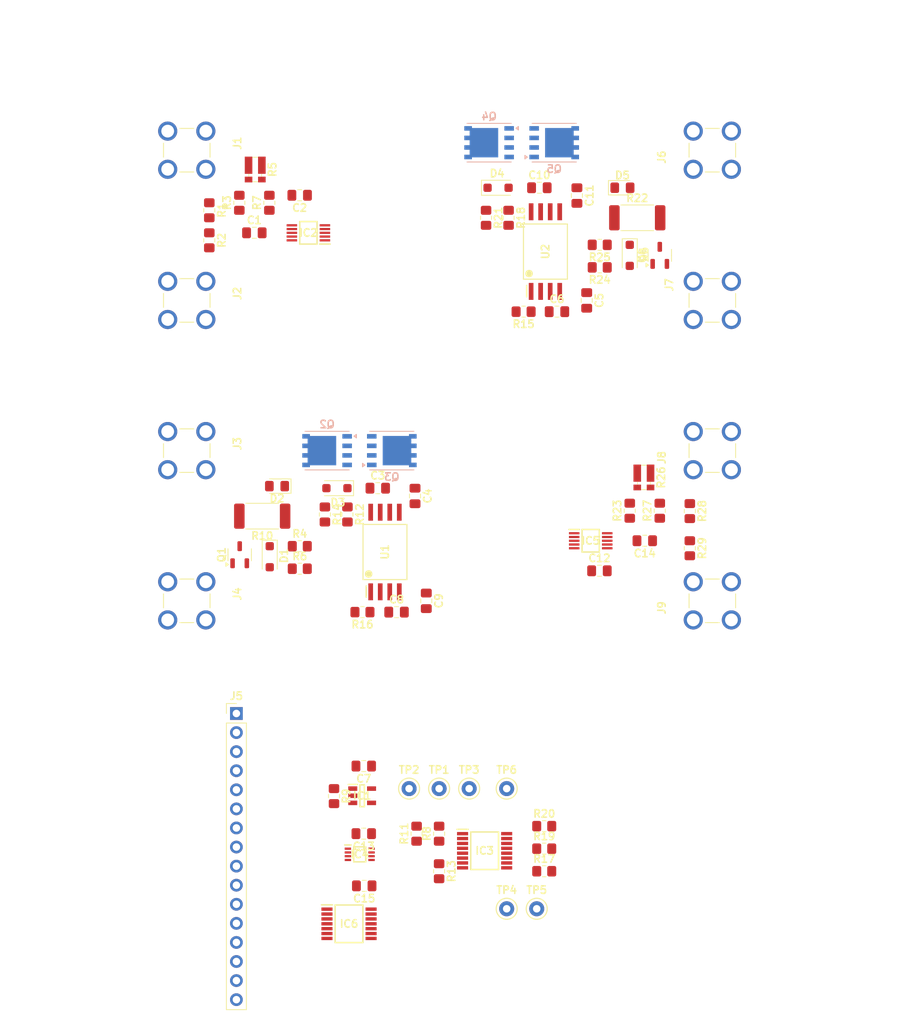
<source format=kicad_pcb>
(kicad_pcb (version 20240108) (generator "pcbnew") (generator_version "8.0")
  (layers (0 "F.Cu" signal) (31 "B.Cu" signal) (34 "B.Paste" user) (35 "F.Paste" user) (36 "B.SilkS" user "B.Silkscreen") (37 "F.SilkS" user "F.Silkscreen") (38 "B.Mask" user) (39 "F.Mask" user) (44 "Edge.Cuts" user))
  (net 0 "")
  (net 1 "Net-(IC2-IN-)")
  (net 2 "Net-(IC2-IN+)")
  (net 3 "/OUTA+")
  (net 4 "Net-(U1-VDDH)")
  (net 5 "Net-(U1-VDDM)")
  (net 6 "Net-(Q2-S)")
  (net 7 "Net-(U2-VDDM)")
  (net 8 "Net-(U2-VDDH)")
  (net 9 "/INB+")
  (net 10 "Net-(Q4-S)")
  (net 11 "Net-(IC5-IN+)")
  (net 12 "Net-(IC5-IN-)")
  (net 13 "+3V3")
  (net 14 "/CONV_DISABLE")
  (net 15 "/CONV_EN_BUF")
  (net 16 "/LS_OUT_EN_AND")
  (net 17 "/LS_IN_EN_BUF")
  (net 18 "/AL_IN_EN_BUF")
  (net 19 "/PROT_DISABLE")
  (net 20 "/CONV_PWM")
  (net 21 "/AL_IN_EN_OR")
  (net 22 "/AL_OUT_EN_OR")
  (net 23 "/CONV_PWM_BUF")
  (net 24 "/AL_OUT_EN_BUF")
  (net 25 "/LS_OUT_EN_BUF")
  (net 26 "/CONV_EN_AND")
  (net 27 "/LS_IN_EN_AND")
  (net 28 "GND")
  (net 29 "/ALERT")
  (net 30 "/~{ALERT}")
  (net 31 "Net-(D1-A)")
  (net 32 "/AL_OUT_EN")
  (net 33 "/AL_IN_EN")
  (net 34 "/CONV_EN")
  (net 35 "/LS_OUT_EN")
  (net 36 "/LS_IN_EN")
  (net 37 "/MON_SPI_CIPO")
  (net 38 "Net-(D1-K)")
  (net 39 "/MON_SPI_CLK")
  (net 40 "/MON_IN_CS")
  (net 41 "Net-(D2-K)")
  (net 42 "Net-(D3-K)")
  (net 43 "/MON_SPI_COPI")
  (net 44 "Net-(D3-A)")
  (net 45 "/MON_OUT_CS")
  (net 46 "Net-(D4-A)")
  (net 47 "Net-(D4-K)")
  (net 48 "/INA+")
  (net 49 "/OUTB+")
  (net 50 "Net-(D5-K)")
  (net 51 "Net-(D6-A)")
  (net 52 "Net-(D6-K)")
  (net 54 "Net-(IC2-VBUS)")
  (net 55 "Net-(IC5-VBUS)")
  (net 56 "Net-(Q1-D)")
  (net 57 "Net-(Q3-D)")
  (net 58 "Net-(Q4-D)")
  (net 59 "Net-(Q6-D)")
  (net 60 "Net-(R3-Pad2)")
  (net 61 "Net-(R5-Pad2)")
  (net 62 "Net-(U1-VDRV)")
  (net 63 "Net-(U2-PXFR)")
  (net 64 "Net-(U1-PXFR)")
  (net 65 "Net-(U2-VDRV)")
  (net 66 "Net-(R23-Pad2)")
  (net 67 "Net-(R26-Pad2)")
  (footprint "Resistor_SMD:R_0805_2012Metric_Pad1.20x1.40mm_HandSolder" (layer "F.Cu") (at 58.44 97.725)
    (property "Reference" "R4" (at 0 -1.65 0) (layer "F.SilkS") (effects (font (thickness 0.2))))
    (property "Value" "15")
    (pad "1" smd roundrect (at -1 0) (size 1.2 1.4) (layers "F.Cu" "F.Paste" "F.Mask") (roundrect_rratio 0.208333) (net 38 "Net-(D1-K)"))
    (pad "2" smd roundrect (at 1 0) (size 1.2 1.4) (layers "F.Cu" "F.Paste" "F.Mask") (roundrect_rratio 0.208333) (net 24 "/AL_OUT_EN_BUF"))
  )
  (footprint "footprints:ti_TPS3050_DWZ" (layer "F.Cu") (at 91.1575 58.5 90)
    (property "Reference" "U2" (at 0 0 90) (layer "F.SilkS") (effects (font (thickness 0.2))))
    (property "Value" "TPSI3050")
    (pad "1" smd rect (at -5.300523 -1.905 90) (size 2.253927 0.622132) (layers "F.Cu" "F.Paste" "F.Mask") (net 17 "/LS_IN_EN_BUF"))
    (pad "2" smd rect (at -5.300523 -0.635 90) (size 2.253927 0.622132) (layers "F.Cu" "F.Paste" "F.Mask") (net 63 "Net-(U2-PXFR)"))
    (pad "3" smd rect (at -5.300523 0.635 90) (size 2.253927 0.622132) (layers "F.Cu" "F.Paste" "F.Mask") (net 13 "+3V3"))
    (pad "4" smd rect (at -5.300523 1.905 90) (size 2.253927 0.622132) (layers "F.Cu" "F.Paste" "F.Mask") (net 28 "GND"))
    (pad "5" smd rect (at 5.300523 1.905 90) (size 2.253927 0.622132) (layers "F.Cu" "F.Paste" "F.Mask") (net 10 "Net-(Q4-S)"))
    (pad "6" smd rect (at 5.300523 0.635 90) (size 2.253927 0.622132) (layers "F.Cu" "F.Paste" "F.Mask") (net 7 "Net-(U2-VDDM)"))
    (pad "7" smd rect (at 5.300523 -0.635 90) (size 2.253927 0.622132) (layers "F.Cu" "F.Paste" "F.Mask") (net 8 "Net-(U2-VDDH)"))
    (pad "8" smd rect (at 5.300523 -1.905 90) (size 2.253927 0.622132) (layers "F.Cu" "F.Paste" "F.Mask") (net 65 "Net-(U2-VDRV)"))
  )
  (footprint "footprints:caltest_ct3151" (layer "F.Cu") (at 43.39 65 -90)
    (property "Reference" "J2" (at -0.925 -6.735 90) (layer "F.SilkS") (effects (font (thickness 0.2))))
    (property "Value" "CT3151")
    (pad "1" thru_hole circle (at -2.54 -2.54 270) (size 2.55 2.55) (drill 1.7) (layers "*.Cu" "*.Mask") (net 28 "GND"))
    (pad "2" thru_hole circle (at 2.54 -2.54 270) (size 2.55 2.55) (drill 1.7) (layers "*.Cu" "*.Mask") (net 28 "GND"))
    (pad "3" thru_hole circle (at -2.54 2.54 270) (size 2.55 2.55) (drill 1.7) (layers "*.Cu" "*.Mask") (net 28 "GND"))
    (pad "4" thru_hole circle (at 2.54 2.54 270) (size 2.55 2.55) (drill 1.7) (layers "*.Cu" "*.Mask") (net 28 "GND"))
  )
  (footprint "Resistor_SMD:R_Shunt_Vishay_WSKW0612" (layer "F.Cu") (at 52.505 47.572 -90)
    (property "Reference" "R5" (at 0 -2.3 90) (layer "F.SilkS") (effects (font (thickness 0.2))))
    (property "Value" "4m")
    (pad "1" smd rect (at -0.572 -0.885 270) (size 2.287 1.01) (layers "F.Cu" "F.Paste" "F.Mask") (net 58 "Net-(Q4-D)"))
    (pad "2" smd rect (at 1.334 -0.885 270) (size 0.762 1.01) (layers "F.Cu" "F.Paste" "F.Mask") (net 61 "Net-(R5-Pad2)"))
    (pad "3" smd rect (at 1.334 0.885 270) (size 0.762 1.01) (layers "F.Cu" "F.Paste" "F.Mask") (net 60 "Net-(R3-Pad2)"))
    (pad "4" smd rect (at -0.5715 0.885 270) (size 2.287 1.01) (layers "F.Cu" "F.Paste" "F.Mask") (net 48 "/INA+"))
  )
  (footprint "Resistor_SMD:R_0805_2012Metric_Pad1.20x1.40mm_HandSolder" (layer "F.Cu") (at 54.39 52 90)
    (property "Reference" "R7" (at 0 -1.65 90) (layer "F.SilkS") (effects (font (thickness 0.2))))
    (property "Value" "15")
    (pad "1" smd roundrect (at -1 0 90) (size 1.2 1.4) (layers "F.Cu" "F.Paste" "F.Mask") (roundrect_rratio 0.208333) (net 1 "Net-(IC2-IN-)"))
    (pad "2" smd roundrect (at 1 0 90) (size 1.2 1.4) (layers "F.Cu" "F.Paste" "F.Mask") (roundrect_rratio 0.208333) (net 61 "Net-(R5-Pad2)"))
  )
  (footprint "footprints:caltest_ct3151" (layer "F.Cu") (at 113.39 65 90)
    (property "Reference" "J7" (at 2.075 -5.735 90) (layer "F.SilkS") (effects (font (thickness 0.2))))
    (property "Value" "CT3151")
    (pad "1" thru_hole circle (at -2.54 -2.54 90) (size 2.55 2.55) (drill 1.7) (layers "*.Cu" "*.Mask") (net 28 "GND"))
    (pad "2" thru_hole circle (at 2.54 -2.54 90) (size 2.55 2.55) (drill 1.7) (layers "*.Cu" "*.Mask") (net 28 "GND"))
    (pad "3" thru_hole circle (at -2.54 2.54 90) (size 2.55 2.55) (drill 1.7) (layers "*.Cu" "*.Mask") (net 28 "GND"))
    (pad "4" thru_hole circle (at 2.54 2.54 90) (size 2.55 2.55) (drill 1.7) (layers "*.Cu" "*.Mask") (net 28 "GND"))
  )
  (footprint "Resistor_SMD:R_0805_2012Metric_Pad1.20x1.40mm_HandSolder" (layer "F.Cu") (at 61.79 93.5 -90)
    (property "Reference" "R14" (at 0 -1.65 90) (layer "F.SilkS") (effects (font (thickness 0.2))))
    (property "Value" "15")
    (pad "1" smd roundrect (at -1 0 270) (size 1.2 1.4) (layers "F.Cu" "F.Paste" "F.Mask") (roundrect_rratio 0.208333) (net 44 "Net-(D3-A)"))
    (pad "2" smd roundrect (at 1 0 270) (size 1.2 1.4) (layers "F.Cu" "F.Paste" "F.Mask") (roundrect_rratio 0.208333) (net 62 "Net-(U1-VDRV)"))
  )
  (footprint "TestPoint:TestPoint_Keystone_5000-5004_Miniature" (layer "F.Cu") (at 81 130)
    (property "Reference" "TP3" (at 0 -2.5 0) (layer "F.SilkS") (effects (font (thickness 0.2))))
    (property "Value" "TestPoint")
    (pad "1" thru_hole circle (at 0 0) (size 2 2) (drill 1) (layers "*.Cu" "*.Mask") (net 18 "/AL_IN_EN_BUF"))
  )
  (footprint "Diode_SMD:D_SOD-123F" (layer "F.Cu") (at 102.39 59 -90)
    (property "Reference" "D6" (at -0.127 -1.905 90) (layer "F.SilkS") (effects (font (thickness 0.2))))
    (property "Value" "0.35")
    (pad "1" smd roundrect (at -1.4 0 270) (size 1.1 1.1) (layers "F.Cu" "F.Paste" "F.Mask") (roundrect_rratio 0.2272727273) (net 52 "Net-(D6-K)"))
    (pad "2" smd roundrect (at 1.4 0 270) (size 1.1 1.1) (layers "F.Cu" "F.Paste" "F.Mask") (roundrect_rratio 0.2272727273) (net 51 "Net-(D6-A)"))
  )
  (footprint "Capacitor_SMD:C_0805_2012Metric_Pad1.18x1.45mm_HandSolder" (layer "F.Cu") (at 92.695 66.5)
    (property "Reference" "C6" (at 0 -1.68 360) (layer "F.SilkS") (effects (font (thickness 0.2))))
    (property "Value" "100n")
    (pad "1" smd roundrect (at -1.0375 0) (size 1.175 1.45) (layers "F.Cu" "F.Paste" "F.Mask") (roundrect_rratio 0.212766) (net 13 "+3V3"))
    (pad "2" smd roundrect (at 1.0375 0) (size 1.175 1.45) (layers "F.Cu" "F.Paste" "F.Mask") (roundrect_rratio 0.212766) (net 28 "GND"))
  )
  (footprint "Capacitor_SMD:C_0805_2012Metric_Pad1.18x1.45mm_HandSolder" (layer "F.Cu") (at 98.3525 101)
    (property "Reference" "C12" (at 0 -1.68 360) (layer "F.SilkS") (effects (font (thickness 0.2))))
    (property "Value" "100n")
    (pad "1" smd roundrect (at -1.0375 0) (size 1.175 1.45) (layers "F.Cu" "F.Paste" "F.Mask") (roundrect_rratio 0.212766) (net 28 "GND"))
    (pad "2" smd roundrect (at 1.0375 0) (size 1.175 1.45) (layers "F.Cu" "F.Paste" "F.Mask") (roundrect_rratio 0.212766) (net 13 "+3V3"))
  )
  (footprint "Capacitor_SMD:C_0805_2012Metric_Pad1.18x1.45mm_HandSolder" (layer "F.Cu") (at 96.6575 65 -90)
    (property "Reference" "C5" (at 0 -1.68 90) (layer "F.SilkS") (effects (font (thickness 0.2))))
    (property "Value" "1u")
    (pad "1" smd roundrect (at -1.0375 0 270) (size 1.175 1.45) (layers "F.Cu" "F.Paste" "F.Mask") (roundrect_rratio 0.212766) (net 13 "+3V3"))
    (pad "2" smd roundrect (at 1.0375 0 270) (size 1.175 1.45) (layers "F.Cu" "F.Paste" "F.Mask") (roundrect_rratio 0.212766) (net 28 "GND"))
  )
  (footprint "Resistor_SMD:R_0805_2012Metric_Pad1.20x1.40mm_HandSolder" (layer "F.Cu") (at 98.39 57.6 180)
    (property "Reference" "R25" (at 0 -1.65 360) (layer "F.SilkS") (effects (font (thickness 0.2))))
    (property "Value" "15")
    (pad "1" smd roundrect (at -1 0 180) (size 1.2 1.4) (layers "F.Cu" "F.Paste" "F.Mask") (roundrect_rratio 0.208333) (net 52 "Net-(D6-K)"))
    (pad "2" smd roundrect (at 1 0 180) (size 1.2 1.4) (layers "F.Cu" "F.Paste" "F.Mask") (roundrect_rratio 0.208333) (net 18 "/AL_IN_EN_BUF"))
  )
  (footprint "Resistor_SMD:R_0805_2012Metric_Pad1.20x1.40mm_HandSolder" (layer "F.Cu") (at 102.39 93 90)
    (property "Reference" "R23" (at 0 -1.65 90) (layer "F.SilkS") (effects (font (thickness 0.2))))
    (property "Value" "15")
    (pad "1" smd roundrect (at -1 0 90) (size 1.2 1.4) (layers "F.Cu" "F.Paste" "F.Mask") (roundrect_rratio 0.208333) (net 11 "Net-(IC5-IN+)"))
    (pad "2" smd roundrect (at 1 0 90) (size 1.2 1.4) (layers "F.Cu" "F.Paste" "F.Mask") (roundrect_rratio 0.208333) (net 66 "Net-(R23-Pad2)"))
  )
  (footprint "footprints:ti_TPS3050_DWZ" (layer "F.Cu") (at 69.79 98.5 90)
    (property "Reference" "U1" (at 0 0 90) (layer "F.SilkS") (effects (font (thickness 0.2))))
    (property "Value" "TPSI3050")
    (pad "1" smd rect (at -5.300523 -1.905 90) (size 2.253927 0.622132) (layers "F.Cu" "F.Paste" "F.Mask") (net 25 "/LS_OUT_EN_BUF"))
    (pad "2" smd rect (at -5.300523 -0.635 90) (size 2.253927 0.622132) (layers "F.Cu" "F.Paste" "F.Mask") (net 64 "Net-(U1-PXFR)"))
    (pad "3" smd rect (at -5.300523 0.635 90) (size 2.253927 0.622132) (layers "F.Cu" "F.Paste" "F.Mask") (net 13 "+3V3"))
    (pad "4" smd rect (at -5.300523 1.905 90) (size 2.253927 0.622132) (layers "F.Cu" "F.Paste" "F.Mask") (net 28 "GND"))
    (pad "5" smd rect (at 5.300523 1.905 90) (size 2.253927 0.622132) (layers "F.Cu" "F.Paste" "F.Mask") (net 6 "Net-(Q2-S)"))
    (pad "6" smd rect (at 5.300523 0.635 90) (size 2.253927 0.622132) (layers "F.Cu" "F.Paste" "F.Mask") (net 5 "Net-(U1-VDDM)"))
    (pad "7" smd rect (at 5.300523 -0.635 90) (size 2.253927 0.622132) (layers "F.Cu" "F.Paste" "F.Mask") (net 4 "Net-(U1-VDDH)"))
    (pad "8" smd rect (at 5.300523 -1.905 90) (size 2.253927 0.622132) (layers "F.Cu" "F.Paste" "F.Mask") (net 62 "Net-(U1-VDRV)"))
  )
  (footprint "Resistor_SMD:R_0805_2012Metric_Pad1.20x1.40mm_HandSolder" (layer "F.Cu") (at 46.39 53 -90)
    (property "Reference" "R1" (at 0 -1.65 90) (layer "F.SilkS") (effects (font (thickness 0.2))))
    (property "Value" "87.5k")
    (pad "1" smd roundrect (at -1 0 270) (size 1.2 1.4) (layers "F.Cu" "F.Paste" "F.Mask") (roundrect_rratio 0.208333) (net 48 "/INA+"))
    (pad "2" smd roundrect (at 1 0 270) (size 1.2 1.4) (layers "F.Cu" "F.Paste" "F.Mask") (roundrect_rratio 0.208333) (net 54 "Net-(IC2-VBUS)"))
  )
  (footprint "Package_TO_SOT_SMD:SOT-23-3" (layer "F.Cu") (at 50.44 98.8625 90)
    (property "Reference" "Q1" (at 0 -2.4 90) (layer "F.SilkS") (effects (font (thickness 0.2))))
    (property "Value" "Q_NMOS_GSD")
    (pad "1" smd roundrect (at -1.1375 -0.95 90) (size 1.325 0.6) (layers "F.Cu" "F.Paste" "F.Mask") (net 31 "Net-(D1-A)"))
    (pad "2" smd roundrect (at -1.1375 0.95 90) (size 1.325 0.6) (layers "F.Cu" "F.Paste" "F.Mask") (net 28 "GND"))
    (pad "3" smd roundrect (at 1.1375 0 90) (size 1.325 0.6) (layers "F.Cu" "F.Paste" "F.Mask") (net 56 "Net-(Q1-D)"))
  )
  (footprint "Resistor_SMD:R_0805_2012Metric_Pad1.20x1.40mm_HandSolder" (layer "F.Cu") (at 58.44 100.725)
    (property "Reference" "R6" (at 0 -1.65 0) (layer "F.SilkS") (effects (font (thickness 0.2))))
    (property "Value" "15")
    (pad "1" smd roundrect (at -1 0) (size 1.2 1.4) (layers "F.Cu" "F.Paste" "F.Mask") (roundrect_rratio 0.208333) (net 31 "Net-(D1-A)"))
    (pad "2" smd roundrect (at 1 0) (size 1.2 1.4) (layers "F.Cu" "F.Paste" "F.Mask") (roundrect_rratio 0.208333) (net 24 "/AL_OUT_EN_BUF"))
  )
  (footprint "Resistor_SMD:R_0805_2012Metric_Pad1.20x1.40mm_HandSolder" (layer "F.Cu") (at 77 136 90)
    (property "Reference" "R8" (at 0 -1.65 90) (layer "F.SilkS") (effects (font (thickness 0.2))))
    (property "Value" "10k")
    (pad "1" smd roundrect (at -1 0 90) (size 1.2 1.4) (layers "F.Cu" "F.Paste" "F.Mask") (roundrect_rratio 0.208333) (net 17 "/LS_IN_EN_BUF"))
    (pad "2" smd roundrect (at 1 0 90) (size 1.2 1.4) (layers "F.Cu" "F.Paste" "F.Mask") (roundrect_rratio 0.208333) (net 28 "GND"))
  )
  (footprint "TestPoint:TestPoint_Keystone_5000-5004_Miniature" (layer "F.Cu") (at 73 130)
    (property "Reference" "TP2" (at 0 -2.5 0) (layer "F.SilkS") (effects (font (thickness 0.2))))
    (property "Value" "TestPoint")
    (pad "1" thru_hole circle (at 0 0) (size 2 2) (drill 1) (layers "*.Cu" "*.Mask") (net 25 "/LS_OUT_EN_BUF"))
  )
  (footprint "LED_SMD:LED_0805_2012Metric_Pad1.15x1.40mm_HandSolder" (layer "F.Cu") (at 55.415 89.725 180)
    (property "Reference" "D2" (at 0 -1.65 360) (layer "F.SilkS") (effects (font (thickness 0.2))))
    (property "Value" "BLU")
    (pad "1" smd roundrect (at -1.025 0 180) (size 1.15 1.4) (layers "F.Cu" "F.Paste" "F.Mask") (roundrect_rratio 0.217391) (net 41 "Net-(D2-K)"))
    (pad "2" smd roundrect (at 1.025 0 180) (size 1.15 1.4) (layers "F.Cu" "F.Paste" "F.Mask") (roundrect_rratio 0.217391) (net 9 "/INB+"))
  )
  (footprint "Resistor_SMD:R_0805_2012Metric_Pad1.20x1.40mm_HandSolder" (layer "F.Cu") (at 98.39 60.6 180)
    (property "Reference" "R24" (at 0 -1.65 360) (layer "F.SilkS") (effects (font (thickness 0.2))))
    (property "Value" "15")
    (pad "1" smd roundrect (at -1 0 180) (size 1.2 1.4) (layers "F.Cu" "F.Paste" "F.Mask") (roundrect_rratio 0.208333) (net 51 "Net-(D6-A)"))
    (pad "2" smd roundrect (at 1 0 180) (size 1.2 1.4) (layers "F.Cu" "F.Paste" "F.Mask") (roundrect_rratio 0.208333) (net 18 "/AL_IN_EN_BUF"))
  )
  (footprint "Resistor_SMD:R_0805_2012Metric_Pad1.20x1.40mm_HandSolder" (layer "F.Cu") (at 110.39 98 -90)
    (property "Reference" "R29" (at 0 -1.65 90) (layer "F.SilkS") (effects (font (thickness 0.2))))
    (property "Value" "100k")
    (pad "1" smd roundrect (at -1 0 270) (size 1.2 1.4) (layers "F.Cu" "F.Paste" "F.Mask") (roundrect_rratio 0.208333) (net 55 "Net-(IC5-VBUS)"))
    (pad "2" smd roundrect (at 1 0 270) (size 1.2 1.4) (layers "F.Cu" "F.Paste" "F.Mask") (roundrect_rratio 0.208333) (net 28 "GND"))
  )
  (footprint "Resistor_SMD:R_0805_2012Metric_Pad1.20x1.40mm_HandSolder" (layer "F.Cu") (at 63 131 -90)
    (property "Reference" "R9" (at 0 -1.65 90) (layer "F.SilkS") (effects (font (thickness 0.2))))
    (property "Value" "10k")
    (pad "1" smd roundrect (at -1 0 270) (size 1.2 1.4) (layers "F.Cu" "F.Paste" "F.Mask") (roundrect_rratio 0.208333) (net 13 "+3V3"))
    (pad "2" smd roundrect (at 1 0 270) (size 1.2 1.4) (layers "F.Cu" "F.Paste" "F.Mask") (roundrect_rratio 0.208333) (net 30 "/~{ALERT}"))
  )
  (footprint "Resistor_SMD:R_0805_2012Metric_Pad1.20x1.40mm_HandSolder" (layer "F.Cu") (at 88.2525 66.5 180)
    (property "Reference" "R15" (at 0 -1.65 360) (layer "F.SilkS") (effects (font (thickness 0.2))))
    (property "Value" "7.32k")
    (pad "1" smd roundrect (at -1 0 180) (size 1.2 1.4) (layers "F.Cu" "F.Paste" "F.Mask") (roundrect_rratio 0.208333) (net 63 "Net-(U2-PXFR)"))
    (pad "2" smd roundrect (at 1 0 180) (size 1.2 1.4) (layers "F.Cu" "F.Paste" "F.Mask") (roundrect_rratio 0.208333) (net 28 "GND"))
  )
  (footprint "footprints:caltest_ct3151" (layer "F.Cu") (at 43.39 45 -90)
    (property "Reference" "J1" (at -0.925 -6.735 90) (layer "F.SilkS") (effects (font (thickness 0.2))))
    (property "Value" "CT3151")
    (pad "1" thru_hole circle (at -2.54 -2.54 270) (size 2.55 2.55) (drill 1.7) (layers "*.Cu" "*.Mask") (net 48 "/INA+"))
    (pad "2" thru_hole circle (at 2.54 -2.54 270) (size 2.55 2.55) (drill 1.7) (layers "*.Cu" "*.Mask") (net 48 "/INA+"))
    (pad "3" thru_hole circle (at -2.54 2.54 270) (size 2.55 2.55) (drill 1.7) (layers "*.Cu" "*.Mask") (net 48 "/INA+"))
    (pad "4" thru_hole circle (at 2.54 2.54 270) (size 2.55 2.55) (drill 1.7) (layers "*.Cu" "*.Mask") (net 48 "/INA+"))
  )
  (footprint "footprints:ti_SN74HCS367_PWR" (layer "F.Cu") (at 83.062 138.275)
    (property "Reference" "IC3" (at 0 0 0) (layer "F.SilkS") (effects (font (thickness 0.2))))
    (property "Value" "SN74HCS367PWR" (hide yes))
    (pad "1" smd rect (at -2.938 -2.275 90) (size 0.45 1.475) (layers "F.Cu" "F.Paste" "F.Mask") (net 19 "/PROT_DISABLE"))
    (pad "2" smd rect (at -2.938 -1.625 90) (size 0.45 1.475) (layers "F.Cu" "F.Paste" "F.Mask") (net 27 "/LS_IN_EN_AND"))
    (pad "3" smd rect (at -2.938 -0.975 90) (size 0.45 1.475) (layers "F.Cu" "F.Paste" "F.Mask") (net 17 "/LS_IN_EN_BUF"))
    (pad "4" smd rect (at -2.938 -0.325 90) (size 0.45 1.475) (layers "F.Cu" "F.Paste" "F.Mask") (net 16 "/LS_OUT_EN_AND"))
    (pad "5" smd rect (at -2.938 0.325 90) (size 0.45 1.475) (layers "F.Cu" "F.Paste" "F.Mask") (net 25 "/LS_OUT_EN_BUF"))
    (pad "6" smd rect (at -2.938 0.975 90) (size 0.45 1.475) (layers "F.Cu" "F.Paste" "F.Mask") (net 21 "/AL_IN_EN_OR"))
    (pad "7" smd rect (at -2.938 1.625 90) (size 0.45 1.475) (layers "F.Cu" "F.Paste" "F.Mask") (net 18 "/AL_IN_EN_BUF"))
    (pad "8" smd rect (at -2.938 2.275 90) (size 0.45 1.475) (layers "F.Cu" "F.Paste" "F.Mask") (net 28 "GND"))
    (pad "9" smd rect (at 2.938 2.275 90) (size 0.45 1.475) (layers "F.Cu" "F.Paste" "F.Mask") (net 24 "/AL_OUT_EN_BUF"))
    (pad "10" smd rect (at 2.938 1.625 90) (size 0.45 1.475) (layers "F.Cu" "F.Paste" "F.Mask") (net 22 "/AL_OUT_EN_OR"))
    (pad "11" smd rect (at 2.938 0.975 90) (size 0.45 1.475) (layers "F.Cu" "F.Paste" "F.Mask") (net 15 "/CONV_EN_BUF"))
    (pad "12" smd rect (at 2.938 0.325 90) (size 0.45 1.475) (layers "F.Cu" "F.Paste" "F.Mask") (net 26 "/CONV_EN_AND"))
    (pad "13" smd rect (at 2.938 -0.325 90) (size 0.45 1.475) (layers "F.Cu" "F.Paste" "F.Mask") (net 23 "/CONV_PWM_BUF"))
    (pad "14" smd rect (at 2.938 -0.975 90) (size 0.45 1.475) (layers "F.Cu" "F.Paste" "F.Mask") (net 20 "/CONV_PWM"))
    (pad "15" smd rect (at 2.938 -1.625 90) (size 0.45 1.475) (layers "F.Cu" "F.Paste" "F.Mask") (net 14 "/CONV_DISABLE"))
    (pad "16" smd rect (at 2.938 -2.275 90) (size 0.45 1.475) (layers "F.Cu" "F.Paste" "F.Mask") (net 13 "+3V3"))
  )
  (footprint "Diode_SMD:D_SOD-123F" (layer "F.Cu") (at 54.44 99.125 -90)
    (property "Reference" "D1" (at -0.127 -1.905 90) (layer "F.SilkS") (effects (font (thickness 0.2))))
    (property "Value" "0.35")
    (pad "1" smd roundrect (at -1.4 0 270) (size 1.1 1.1) (layers "F.Cu" "F.Paste" "F.Mask") (roundrect_rratio 0.2272727273) (net 38 "Net-(D1-K)"))
    (pad "2" smd roundrect (at 1.4 0 270) (size 1.1 1.1) (layers "F.Cu" "F.Paste" "F.Mask") (roundrect_rratio 0.2272727273) (net 31 "Net-(D1-A)"))
  )
  (footprint "footprints:caltest_ct3151" (layer "F.Cu") (at 43.39 105 -90)
    (property "Reference" "J4" (at -0.925 -6.735 90) (layer "F.SilkS") (effects (font (thickness 0.2))))
    (property "Value" "CT3151")
    (pad "1" thru_hole circle (at -2.54 -2.54 270) (size 2.55 2.55) (drill 1.7) (layers "*.Cu" "*.Mask") (net 28 "GND"))
    (pad "2" thru_hole circle (at 2.54 -2.54 270) (size 2.55 2.55) (drill 1.7) (layers "*.Cu" "*.Mask") (net 28 "GND"))
    (pad "3" thru_hole circle (at -2.54 2.54 270) (size 2.55 2.55) (drill 1.7) (layers "*.Cu" "*.Mask") (net 28 "GND"))
    (pad "4" thru_hole circle (at 2.54 2.54 270) (size 2.55 2.55) (drill 1.7) (layers "*.Cu" "*.Mask") (net 28 "GND"))
  )
  (footprint "Capacitor_SMD:C_0805_2012Metric_Pad1.18x1.45mm_HandSolder" (layer "F.Cu") (at 71.3275 106.5)
    (property "Reference" "C8" (at 0 -1.68 0) (layer "F.SilkS") (effects (font (thickness 0.2))))
    (property "Value" "100n")
    (pad "1" smd roundrect (at -1.0375 0) (size 1.175 1.45) (layers "F.Cu" "F.Paste" "F.Mask") (roundrect_rratio 0.212766) (net 13 "+3V3"))
    (pad "2" smd roundrect (at 1.0375 0) (size 1.175 1.45) (layers "F.Cu" "F.Paste" "F.Mask") (roundrect_rratio 0.212766) (net 28 "GND"))
  )
  (footprint "footprints:caltest_ct3151" (layer "F.Cu") (at 113.39 45 90)
    (property "Reference" "J6" (at -0.925 -6.735 90) (layer "F.SilkS") (effects (font (thickness 0.2))))
    (property "Value" "CT3151")
    (pad "1" thru_hole circle (at -2.54 -2.54 90) (size 2.55 2.55) (drill 1.7) (layers "*.Cu" "*.Mask") (net 3 "/OUTA+"))
    (pad "2" thru_hole circle (at 2.54 -2.54 90) (size 2.55 2.55) (drill 1.7) (layers "*.Cu" "*.Mask") (net 3 "/OUTA+"))
    (pad "3" thru_hole circle (at -2.54 2.54 90) (size 2.55 2.55) (drill 1.7) (layers "*.Cu" "*.Mask") (net 3 "/OUTA+"))
    (pad "4" thru_hole circle (at 2.54 2.54 90) (size 2.55 2.55) (drill 1.7) (layers "*.Cu" "*.Mask") (net 3 "/OUTA+"))
  )
  (footprint "Resistor_SMD:R_0805_2012Metric_Pad1.20x1.40mm_HandSolder" (layer "F.Cu") (at 91 141)
    (property "Reference" "R17" (at 0 -1.65 360) (layer "F.SilkS") (effects (font (thickness 0.2))))
    (property "Value" "10k")
    (pad "1" smd roundrect (at -1 0) (size 1.2 1.4) (layers "F.Cu" "F.Paste" "F.Mask") (roundrect_rratio 0.208333) (net 24 "/AL_OUT_EN_BUF"))
    (pad "2" smd roundrect (at 1 0) (size 1.2 1.4) (layers "F.Cu" "F.Paste" "F.Mask") (roundrect_rratio 0.208333) (net 13 "+3V3"))
  )
  (footprint "Capacitor_SMD:C_0805_2012Metric_Pad1.18x1.45mm_HandSolder" (layer "F.Cu") (at 66.9625 127 180)
    (property "Reference" "C7" (at 0 -1.68 360) (layer "F.SilkS") (effects (font (thickness 0.2))))
    (property "Value" "100n")
    (pad "1" smd roundrect (at -1.0375 0 180) (size 1.175 1.45) (layers "F.Cu" "F.Paste" "F.Mask") (roundrect_rratio 0.212766) (net 13 "+3V3"))
    (pad "2" smd roundrect (at 1.0375 0 180) (size 1.175 1.45) (layers "F.Cu" "F.Paste" "F.Mask") (roundrect_rratio 0.212766) (net 28 "GND"))
  )
  (footprint "TestPoint:TestPoint_Keystone_5000-5004_Miniature" (layer "F.Cu") (at 86 146)
    (property "Reference" "TP4" (at 0 -2.5 0) (layer "F.SilkS") (effects (font (thickness 0.2))))
    (property "Value" "TestPoint")
    (pad "1" thru_hole circle (at 0 0) (size 2 2) (drill 1) (layers "*.Cu" "*.Mask") (net 24 "/AL_OUT_EN_BUF"))
  )
  (footprint "Resistor_SMD:R_0805_2012Metric_Pad1.20x1.40mm_HandSolder" (layer "F.Cu") (at 91 138)
    (property "Reference" "R19" (at 0 -1.65 360) (layer "F.SilkS") (effects (font (thickness 0.2))))
    (property "Value" "10k")
    (pad "1" smd roundrect (at -1 0) (size 1.2 1.4) (layers "F.Cu" "F.Paste" "F.Mask") (roundrect_rratio 0.208333) (net 15 "/CONV_EN_BUF"))
    (pad "2" smd roundrect (at 1 0) (size 1.2 1.4) (layers "F.Cu" "F.Paste" "F.Mask") (roundrect_rratio 0.208333) (net 28 "GND"))
  )
  (footprint "footprints:caltest_ct3151" (layer "F.Cu") (at 43.39 85 -90)
    (property "Reference" "J3" (at -0.925 -6.735 90) (layer "F.SilkS") (effects (font (thickness 0.2))))
    (property "Value" "CT3151")
    (pad "1" thru_hole circle (at -2.54 -2.54 270) (size 2.55 2.55) (drill 1.7) (layers "*.Cu" "*.Mask") (net 9 "/INB+"))
    (pad "2" thru_hole circle (at 2.54 -2.54 270) (size 2.55 2.55) (drill 1.7) (layers "*.Cu" "*.Mask") (net 9 "/INB+"))
    (pad "3" thru_hole circle (at -2.54 2.54 270) (size 2.55 2.55) (drill 1.7) (layers "*.Cu" "*.Mask") (net 9 "/INB+"))
    (pad "4" thru_hole circle (at 2.54 2.54 270) (size 2.55 2.55) (drill 1.7) (layers "*.Cu" "*.Mask") (net 9 "/INB+"))
  )
  (footprint "Resistor_SMD:R_2512_6332Metric_Pad1.40x3.35mm_HandSolder" (layer "F.Cu") (at 53.44 93.725 180)
    (property "Reference" "R10" (at 0 -2.62 360) (layer "F.SilkS") (effects (font (thickness 0.2))))
    (property "Value" "10k")
    (pad "1" smd roundrect (at -3.05 0 180) (size 1.4 3.35) (layers "F.Cu" "F.Paste" "F.Mask") (roundrect_rratio 0.178571) (net 41 "Net-(D2-K)"))
    (pad "2" smd roundrect (at 3.05 0 180) (size 1.4 3.35) (layers "F.Cu" "F.Paste" "F.Mask") (roundrect_rratio 0.178571) (net 56 "Net-(Q1-D)"))
  )
  (footprint "footprints:ti_SN74LVC1G04_DBVR" (layer "F.Cu") (at 66.75 130.95)
    (property "Reference" "IC1" (at 0 0 0) (layer "F.SilkS") (effects (font (thickness 0.2))))
    (property "Value" "SN74LVC1G04DBVR" (hide yes))
    (pad "1" smd rect (at -1.25 -0.95 90) (size 0.6 1.2) (layers "F.Cu" "F.Paste" "F.Mask"))
    (pad "2" smd rect (at -1.25 0 90) (size 0.6 1.2) (layers "F.Cu" "F.Paste" "F.Mask") (net 30 "/~{ALERT}"))
    (pad "3" smd rect (at -1.25 0.95 90) (size 0.6 1.2) (layers "F.Cu" "F.Paste" "F.Mask") (net 28 "GND"))
    (pad "4" smd rect (at 1.25 0.95 90) (size 0.6 1.2) (layers "F.Cu" "F.Paste" "F.Mask") (net 29 "/ALERT"))
    (pad "5" smd rect (at 1.25 -0.95 90) (size 0.6 1.2) (layers "F.Cu" "F.Paste" "F.Mask") (net 13 "+3V3"))
  )
  (footprint "Resistor_SMD:R_2512_6332Metric_Pad1.40x3.35mm_HandSolder" (layer "F.Cu") (at 103.39 54)
    (property "Reference" "R22" (at 0 -2.62 360) (layer "F.SilkS") (effects (font (thickness 0.2))))
    (property "Value" "10k")
    (pad "1" smd roundrect (at -3.05 0) (size 1.4 3.35) (layers "F.Cu" "F.Paste" "F.Mask") (roundrect_rratio 0.178571) (net 50 "Net-(D5-K)"))
    (pad "2" smd roundrect (at 3.05 0) (size 1.4 3.35) (layers "F.Cu" "F.Paste" "F.Mask") (roundrect_rratio 0.178571) (net 59 "Net-(Q6-D)"))
  )
  (footprint "Capacitor_SMD:C_0805_2012Metric_Pad1.18x1.45mm_HandSolder" (layer "F.Cu") (at 73.79 91.0375 -90)
    (property "Reference" "C4" (at 0 -1.68 90) (layer "F.SilkS") (effects (font (thickness 0.2))))
    (property "Value" "1u")
    (pad "1" smd roundrect (at -1.0375 0 270) (size 1.175 1.45) (layers "F.Cu" "F.Paste" "F.Mask") (roundrect_rratio 0.212766) (net 5 "Net-(U1-VDDM)"))
    (pad "2" smd roundrect (at 1.0375 0 270) (size 1.175 1.45) (layers "F.Cu" "F.Paste" "F.Mask") (roundrect_rratio 0.212766) (net 6 "Net-(Q2-S)"))
  )
  (footprint "Resistor_SMD:R_0805_2012Metric_Pad1.20x1.40mm_HandSolder" (layer "F.Cu") (at 110.39 93.05 -90)
    (property "Reference" "R28" (at 0 -1.65 90) (layer "F.SilkS") (effects (font (thickness 0.2))))
    (property "Value" "87.5k")
    (pad "1" smd roundrect (at -1 0 270) (size 1.2 1.4) (layers "F.Cu" "F.Paste" "F.Mask") (roundrect_rratio 0.208333) (net 49 "/OUTB+"))
    (pad "2" smd roundrect (at 1 0 270) (size 1.2 1.4) (layers "F.Cu" "F.Paste" "F.Mask") (roundrect_rratio 0.208333) (net 55 "Net-(IC5-VBUS)"))
  )
  (footprint "TestPoint:TestPoint_Keystone_5000-5004_Miniature" (layer "F.Cu") (at 90 146)
    (property "Reference" "TP5" (at 0 -2.5 0) (layer "F.SilkS") (effects (font (thickness 0.2))))
    (property "Value" "TestPoint")
    (pad "1" thru_hole circle (at 0 0) (size 2 2) (drill 1) (layers "*.Cu" "*.Mask") (net 15 "/CONV_EN_BUF"))
  )
  (footprint "Diode_SMD:D_SOD-123F" (layer "F.Cu") (at 63.39 90 180)
    (property "Reference" "D3" (at -0.127 -1.905 360) (layer "F.SilkS") (effects (font (thickness 0.2))))
    (property "Value" "0.35")
    (pad "1" smd roundrect (at -1.4 0 180) (size 1.1 1.1) (layers "F.Cu" "F.Paste" "F.Mask") (roundrect_rratio 0.2272727273) (net 42 "Net-(D3-K)"))
    (pad "2" smd roundrect (at 1.4 0 180) (size 1.1 1.1) (layers "F.Cu" "F.Paste" "F.Mask") (roundrect_rratio 0.2272727273) (net 44 "Net-(D3-A)"))
  )
  (footprint "footprints:caltest_ct3151" (layer "F.Cu") (at 113.39 85 90)
    (property "Reference" "J8" (at -0.925 -6.735 90) (layer "F.SilkS") (effects (font (thickness 0.2))))
    (property "Value" "CT3151")
    (pad "1" thru_hole circle (at -2.54 -2.54 90) (size 2.55 2.55) (drill 1.7) (layers "*.Cu" "*.Mask") (net 49 "/OUTB+"))
    (pad "2" thru_hole circle (at 2.54 -2.54 90) (size 2.55 2.55) (drill 1.7) (layers "*.Cu" "*.Mask") (net 49 "/OUTB+"))
    (pad "3" thru_hole circle (at -2.54 2.54 90) (size 2.55 2.55) (drill 1.7) (layers "*.Cu" "*.Mask") (net 49 "/OUTB+"))
    (pad "4" thru_hole circle (at 2.54 2.54 90) (size 2.55 2.55) (drill 1.7) (layers "*.Cu" "*.Mask") (net 49 "/OUTB+"))
  )
  (footprint "Package_TO_SOT_SMD:SOT-23-3" (layer "F.Cu") (at 106.39 59 90)
    (property "Reference" "Q6" (at 0 -2.4 90) (layer "F.SilkS") (effects (font (thickness 0.2))))
    (property "Value" "Q_NMOS_GSD")
    (pad "1" smd roundrect (at -1.1375 -0.95 90) (size 1.325 0.6) (layers "F.Cu" "F.Paste" "F.Mask") (net 51 "Net-(D6-A)"))
    (pad "2" smd roundrect (at -1.1375 0.95 90) (size 1.325 0.6) (layers "F.Cu" "F.Paste" "F.Mask") (net 28 "GND"))
    (pad "3" smd roundrect (at 1.1375 0 90) (size 1.325 0.6) (layers "F.Cu" "F.Paste" "F.Mask") (net 59 "Net-(Q6-D)"))
  )
  (footprint "Resistor_SMD:R_0805_2012Metric_Pad1.20x1.40mm_HandSolder" (layer "F.Cu") (at 106.39 93 90)
    (property "Reference" "R27" (at 0 -1.65 90) (layer "F.SilkS") (effects (font (thickness 0.2))))
    (property "Value" "15")
    (pad "1" smd roundrect (at -1 0 90) (size 1.2 1.4) (layers "F.Cu" "F.Paste" "F.Mask") (roundrect_rratio 0.208333) (net 12 "Net-(IC5-IN-)"))
    (pad "2" smd roundrect (at 1 0 90) (size 1.2 1.4) (layers "F.Cu" "F.Paste" "F.Mask") (roundrect_rratio 0.208333) (net 67 "Net-(R26-Pad2)"))
  )
  (footprint "footprints:ti_INA229_AIDGSR" (layer "F.Cu") (at 59.59 56 180)
    (property "Reference" "IC2" (at 0 0 360) (layer "F.SilkS") (effects (font (thickness 0.2))))
    (property "Value" "INA229AIDGSR" (hide yes))
    (pad "1" smd rect (at -2.2 -1 270) (size 0.3 1.4) (layers "F.Cu" "F.Paste" "F.Mask") (net 40 "/MON_IN_CS"))
    (pad "2" smd rect (at -2.2 -0.5 270) (size 0.3 1.4) (layers "F.Cu" "F.Paste" "F.Mask") (net 43 "/MON_SPI_COPI"))
    (pad "3" smd rect (at -2.2 0 270) (size 0.3 1.4) (layers "F.Cu" "F.Paste" "F.Mask") (net 30 "/~{ALERT}"))
    (pad "4" smd rect (at -2.2 0.5 270) (size 0.3 1.4) (layers "F.Cu" "F.Paste" "F.Mask") (net 37 "/MON_SPI_CIPO"))
    (pad "5" smd rect (at -2.2 1 270) (size 0.3 1.4) (layers "F.Cu" "F.Paste" "F.Mask") (net 39 "/MON_SPI_CLK"))
    (pad "6" smd rect (at 2.2 1 270) (size 0.3 1.4) (layers "F.Cu" "F.Paste" "F.Mask") (net 13 "+3V3"))
    (pad "7" smd rect (at 2.2 0.5 270) (size 0.3 1.4) (layers "F.Cu" "F.Paste" "F.Mask") (net 28 "GND"))
    (pad "8" smd rect (at 2.2 0 270) (size 0.3 1.4) (layers "F.Cu" "F.Paste" "F.Mask") (net 54 "Net-(IC2-VBUS)"))
    (pad "9" smd rect (at 2.2 -0.5 270) (size 0.3 1.4) (layers "F.Cu" "F.Paste" "F.Mask") (net 1 "Net-(IC2-IN-)"))
    (pad "10" smd rect (at 2.2 -1 270) (size 0.3 1.4) (layers "F.Cu" "F.Paste" "F.Mask") (net 2 "Net-(IC2-IN+)"))
  )
  (footprint "LED_SMD:LED_0805_2012Metric_Pad1.15x1.40mm_HandSolder" (layer "F.Cu") (at 101.415 50)
    (property "Reference" "D5" (at 0 -1.65 360) (layer "F.SilkS") (effects (font (thickness 0.2))))
    (property "Value" "BLU")
    (pad "1" smd roundrect (at -1.025 0) (size 1.15 1.4) (layers "F.Cu" "F.Paste" "F.Mask") (roundrect_rratio 0.217391) (net 50 "Net-(D5-K)"))
    (pad "2" smd roundrect (at 1.025 0) (size 1.15 1.4) (layers "F.Cu" "F.Paste" "F.Mask") (roundrect_rratio 0.217391) (net 3 "/OUTA+"))
  )
  (footprint "Resistor_SMD:R_0805_2012Metric_Pad1.20x1.40mm_HandSolder" (layer "F.Cu") (at 64.79 93.5 -90)
    (property "Reference" "R12" (at 0 -1.65 90) (layer "F.SilkS") (effects (font (thickness 0.2))))
    (property "Value" "15")
    (pad "1" smd roundrect (at -1 0 270) (size 1.2 1.4) (layers "F.Cu" "F.Paste" "F.Mask") (roundrect_rratio 0.208333) (net 42 "Net-(D3-K)"))
    (pad "2" smd roundrect (at 1 0 270) (size 1.2 1.4) (layers "F.Cu" "F.Paste" "F.Mask") (roundrect_rratio 0.208333) (net 62 "Net-(U1-VDRV)"))
  )
  (footprint "Resistor_SMD:R_0805_2012Metric_Pad1.20x1.40mm_HandSolder" (layer "F.Cu") (at 50.39 52 90)
    (property "Reference" "R3" (at 0 -1.65 90) (layer "F.SilkS") (effects (font (thickness 0.2))))
    (property "Value" "15")
    (pad "1" smd roundrect (at -1 0 90) (size 1.2 1.4) (layers "F.Cu" "F.Paste" "F.Mask") (roundrect_rratio 0.208333) (net 2 "Net-(IC2-IN+)"))
    (pad "2" smd roundrect (at 1 0 90) (size 1.2 1.4) (layers "F.Cu" "F.Paste" "F.Mask") (roundrect_rratio 0.208333) (net 60 "Net-(R3-Pad2)"))
  )
  (footprint "Capacitor_SMD:C_0805_2012Metric_Pad1.18x1.45mm_HandSolder" (layer "F.Cu") (at 104.39 97 180)
    (property "Reference" "C14" (at 0 -1.68 360) (layer "F.SilkS") (effects (font (thickness 0.2))))
    (property "Value" "100n")
    (pad "1" smd roundrect (at -1.0375 0 180) (size 1.175 1.45) (layers "F.Cu" "F.Paste" "F.Mask") (roundrect_rratio 0.212766) (net 12 "Net-(IC5-IN-)"))
    (pad "2" smd roundrect (at 1.0375 0 180) (size 1.175 1.45) (layers "F.Cu" "F.Paste" "F.Mask") (roundrect_rratio 0.212766) (net 11 "Net-(IC5-IN+)"))
  )
  (footprint "TestPoint:TestPoint_Keystone_5000-5004_Miniature" (layer "F.Cu") (at 77 130)
    (property "Reference" "TP1" (at 0 -2.5 0) (layer "F.SilkS") (effects (font (thickness 0.2))))
    (property "Value" "TestPoint")
    (pad "1" thru_hole circle (at 0 0) (size 2 2) (drill 1) (layers "*.Cu" "*.Mask") (net 17 "/LS_IN_EN_BUF"))
  )
  (footprint "Resistor_SMD:R_0805_2012Metric_Pad1.20x1.40mm_HandSolder" (layer "F.Cu") (at 77 141 -90)
    (property "Reference" "R13" (at 0 -1.65 90) (layer "F.SilkS") (effects (font (thickness 0.2))))
    (property "Value" "10k")
    (pad "1" smd roundrect (at -1 0 270) (size 1.2 1.4) (layers "F.Cu" "F.Paste" "F.Mask") (roundrect_rratio 0.208333) (net 18 "/AL_IN_EN_BUF"))
    (pad "2" smd roundrect (at 1 0 270) (size 1.2 1.4) (layers "F.Cu" "F.Paste" "F.Mask") (roundrect_rratio 0.208333) (net 13 "+3V3"))
  )
  (footprint "footprints:ti_SN74LVC2G32_DCUR" (layer "F.Cu") (at 66.425 138.75)
    (property "Reference" "IC4" (at 0 0 0) (layer "F.SilkS") (effects (font (thickness 0.2))))
    (property "Value" "SN74LVC2G32DCUR" (hide yes))
    (pad "1" smd rect (at -1.575 -0.75 90) (size 0.3 0.85) (layers "F.Cu" "F.Paste" "F.Mask") (net 29 "/ALERT"))
    (pad "2" smd rect (at -1.575 -0.25 90) (size 0.3 0.85) (layers "F.Cu" "F.Paste" "F.Mask") (net 33 "/AL_IN_EN"))
    (pad "3" smd rect (at -1.575 0.25 90) (size 0.3 0.85) (layers "F.Cu" "F.Paste" "F.Mask") (net 21 "/AL_IN_EN_OR"))
    (pad "4" smd rect (at -1.575 0.75 90) (size 0.3 0.85) (layers "F.Cu" "F.Paste" "F.Mask") (net 28 "GND"))
    (pad "5" smd rect (at 1.575 0.75 90) (size 0.3 0.85) (layers "F.Cu" "F.Paste" "F.Mask") (net 29 "/ALERT"))
    (pad "6" smd rect (at 1.575 0.25 90) (size 0.3 0.85) (layers "F.Cu" "F.Paste" "F.Mask") (net 32 "/AL_OUT_EN"))
    (pad "7" smd rect (at 1.575 -0.25 90) (size 0.3 0.85) (layers "F.Cu" "F.Paste" "F.Mask") (net 22 "/AL_OUT_EN_OR"))
    (pad "8" smd rect (at 1.575 -0.75 90) (size 0.3 0.85) (layers "F.Cu" "F.Paste" "F.Mask") (net 13 "+3V3"))
  )
  (footprint "Capacitor_SMD:C_0805_2012Metric_Pad1.18x1.45mm_HandSolder" (layer "F.Cu") (at 68.8275 90)
    (property "Reference" "C3" (at 0 -1.68 0) (layer "F.SilkS") (effects (font (thickness 0.2))))
    (property "Value" "1u")
    (pad "1" smd roundrect (at -1.0375 0) (size 1.175 1.45) (layers "F.Cu" "F.Paste" "F.Mask") (roundrect_rratio 0.212766) (net 4 "Net-(U1-VDDH)"))
    (pad "2" smd roundrect (at 1.0375 0) (size 1.175 1.45) (layers "F.Cu" "F.Paste" "F.Mask") (roundrect_rratio 0.212766) (net 5 "Net-(U1-VDDM)"))
  )
  (footprint "TestPoint:TestPoint_Keystone_5000-5004_Miniature" (layer "F.Cu") (at 86 130)
    (property "Reference" "TP6" (at 0 -2.5 0) (layer "F.SilkS") (effects (font (thickness 0.2))))
    (property "Value" "TestPoint")
    (pad "1" thru_hole circle (at 0 0) (size 2 2) (drill 1) (layers "*.Cu" "*.Mask") (net 23 "/CONV_PWM_BUF"))
  )
  (footprint "Capacitor_SMD:C_0805_2012Metric_Pad1.18x1.45mm_HandSolder" (layer "F.Cu") (at 66.9625 136 180)
    (property "Reference" "C13" (at 0 -1.68 360) (layer "F.SilkS") (effects (font (thickness 0.2))))
    (property "Value" "100n")
    (pad "1" smd roundrect (at -1.0375 0 180) (size 1.175 1.45) (layers "F.Cu" "F.Paste" "F.Mask") (roundrect_rratio 0.212766) (net 13 "+3V3"))
    (pad "2" smd roundrect (at 1.0375 0 180) (size 1.175 1.45) (layers "F.Cu" "F.Paste" "F.Mask") (roundrect_rratio 0.212766) (net 28 "GND"))
  )
  (footprint "Capacitor_SMD:C_0805_2012Metric_Pad1.18x1.45mm_HandSolder" (layer "F.Cu") (at 58.4275 51 180)
    (property "Reference" "C2" (at 0 -1.68 360) (layer "F.SilkS") (effects (font (thickness 0.2))))
    (property "Value" "100n")
    (pad "1" smd roundrect (at -1.0375 0 180) (size 1.175 1.45) (layers "F.Cu" "F.Paste" "F.Mask") (roundrect_rratio 0.212766) (net 28 "GND"))
    (pad "2" smd roundrect (at 1.0375 0 180) (size 1.175 1.45) (layers "F.Cu" "F.Paste" "F.Mask") (roundrect_rratio 0.212766) (net 13 "+3V3"))
  )
  (footprint "Resistor_SMD:R_0805_2012Metric_Pad1.20x1.40mm_HandSolder" (layer "F.Cu") (at 86.2525 54 -90)
    (property "Reference" "R18" (at 0 -1.65 90) (layer "F.SilkS") (effects (font (thickness 0.2))))
    (property "Value" "15")
    (pad "1" smd roundrect (at -1 0 270) (size 1.2 1.4) (layers "F.Cu" "F.Paste" "F.Mask") (roundrect_rratio 0.208333) (net 46 "Net-(D4-A)"))
    (pad "2" smd roundrect (at 1 0 270) (size 1.2 1.4) (layers "F.Cu" "F.Paste" "F.Mask") (roundrect_rratio 0.208333) (net 65 "Net-(U2-VDRV)"))
  )
  (footprint "Resistor_SMD:R_0805_2012Metric_Pad1.20x1.40mm_HandSolder" (layer "F.Cu") (at 91 135)
    (property "Reference" "R20" (at 0 -1.65 360) (layer "F.SilkS") (effects (font (thickness 0.2))))
    (property "Value" "10k")
    (pad "1" smd roundrect (at -1 0) (size 1.2 1.4) (layers "F.Cu" "F.Paste" "F.Mask") (roundrect_rratio 0.208333) (net 23 "/CONV_PWM_BUF"))
    (pad "2" smd roundrect (at 1 0) (size 1.2 1.4) (layers "F.Cu" "F.Paste" "F.Mask") (roundrect_rratio 0.208333) (net 28 "GND"))
  )
  (footprint "Resistor_SMD:R_0805_2012Metric_Pad1.20x1.40mm_HandSolder" (layer "F.Cu") (at 46.39 57 -90)
    (property "Reference" "R2" (at 0 -1.65 90) (layer "F.SilkS") (effects (font (thickness 0.2))))
    (property "Value" "100k")
    (pad "1" smd roundrect (at -1 0 270) (size 1.2 1.4) (layers "F.Cu" "F.Paste" "F.Mask") (roundrect_rratio 0.208333) (net 54 "Net-(IC2-VBUS)"))
    (pad "2" smd roundrect (at 1 0 270) (size 1.2 1.4) (layers "F.Cu" "F.Paste" "F.Mask") (roundrect_rratio 0.208333) (net 28 "GND"))
  )
  (footprint "Resistor_SMD:R_Shunt_Vishay_WSKW0612" (layer "F.Cu") (at 104.275 88.5715 -90)
    (property "Reference" "R26" (at 0 -2.3 90) (layer "F.SilkS") (effects (font (thickness 0.2))))
    (property "Value" "4m")
    (pad "1" smd rect (at -0.572 -0.885 270) (size 2.287 1.01) (layers "F.Cu" "F.Paste" "F.Mask") (net 49 "/OUTB+"))
    (pad "2" smd rect (at 1.334 -0.885 270) (size 0.762 1.01) (layers "F.Cu" "F.Paste" "F.Mask") (net 67 "Net-(R26-Pad2)"))
    (pad "3" smd rect (at 1.334 0.885 270) (size 0.762 1.01) (layers "F.Cu" "F.Paste" "F.Mask") (net 66 "Net-(R23-Pad2)"))
    (pad "4" smd rect (at -0.5715 0.885 270) (size 2.287 1.01) (layers "F.Cu" "F.Paste" "F.Mask") (net 57 "Net-(Q3-D)"))
  )
  (footprint "Capacitor_SMD:C_0805_2012Metric_Pad1.18x1.45mm_HandSolder" (layer "F.Cu") (at 95.3525 51.0375 -90)
    (property "Reference" "C11" (at 0 -1.68 90) (layer "F.SilkS") (effects (font (thickness 0.2))))
    (property "Value" "1u")
    (pad "1" smd roundrect (at -1.0375 0 270) (size 1.175 1.45) (layers "F.Cu" "F.Paste" "F.Mask") (roundrect_rratio 0.212766) (net 7 "Net-(U2-VDDM)"))
    (pad "2" smd roundrect (at 1.0375 0 270) (size 1.175 1.45) (layers "F.Cu" "F.Paste" "F.Mask") (roundrect_rratio 0.212766) (net 10 "Net-(Q4-S)"))
  )
  (footprint "Capacitor_SMD:C_0805_2012Metric_Pad1.18x1.45mm_HandSolder" (layer "F.Cu") (at 52.39 56)
    (property "Reference" "C1" (at 0 -1.68 0) (layer "F.SilkS") (effects (font (thickness 0.2))))
    (property "Value" "100n")
    (pad "1" smd roundrect (at -1.0375 0) (size 1.175 1.45) (layers "F.Cu" "F.Paste" "F.Mask") (roundrect_rratio 0.212766) (net 2 "Net-(IC2-IN+)"))
    (pad "2" smd roundrect (at 1.0375 0) (size 1.175 1.45) (layers "F.Cu" "F.Paste" "F.Mask") (roundrect_rratio 0.212766) (net 1 "Net-(IC2-IN-)"))
  )
  (footprint "Resistor_SMD:R_0805_2012Metric_Pad1.20x1.40mm_HandSolder" (layer "F.Cu") (at 83.2525 54 -90)
    (property "Reference" "R21" (at 0 -1.65 90) (layer "F.SilkS") (effects (font (thickness 0.2))))
    (property "Value" "15")
    (pad "1" smd roundrect (at -1 0 270) (size 1.2 1.4) (layers "F.Cu" "F.Paste" "F.Mask") (roundrect_rratio 0.208333) (net 47 "Net-(D4-K)"))
    (pad "2" smd roundrect (at 1 0 270) (size 1.2 1.4) (layers "F.Cu" "F.Paste" "F.Mask") (roundrect_rratio 0.208333) (net 65 "Net-(U2-VDRV)"))
  )
  (footprint "Capacitor_SMD:C_0805_2012Metric_Pad1.18x1.45mm_HandSolder" (layer "F.Cu") (at 75.29 105 -90)
    (property "Reference" "C9" (at 0 -1.68 90) (layer "F.SilkS") (effects (font (thickness 0.2))))
    (property "Value" "1u")
    (pad "1" smd roundrect (at -1.0375 0 270) (size 1.175 1.45) (layers "F.Cu" "F.Paste" "F.Mask") (roundrect_rratio 0.212766) (net 13 "+3V3"))
    (pad "2" smd roundrect (at 1.0375 0 270) (size 1.175 1.45) (layers "F.Cu" "F.Paste" "F.Mask") (roundrect_rratio 0.212766) (net 28 "GND"))
  )
  (footprint "footprints:ti_SN74LVC08A_PWR" (layer "F.Cu") (at 65 148)
    (property "Reference" "IC6" (at 0 0 0) (layer "F.SilkS") (effects (font (thickness 0.2))))
    (property "Value" "SN74LVC08APWR" (hide yes))
    (pad "1" smd rect (at -2.938 -1.95 90) (size 0.45 1.475) (layers "F.Cu" "F.Paste" "F.Mask") (net 30 "/~{ALERT}"))
    (pad "2" smd rect (at -2.938 -1.3 90) (size 0.45 1.475) (layers "F.Cu" "F.Paste" "F.Mask") (net 36 "/LS_IN_EN"))
    (pad "3" smd rect (at -2.938 -0.65 90) (size 0.45 1.475) (layers "F.Cu" "F.Paste" "F.Mask") (net 27 "/LS_IN_EN_AND"))
    (pad "4" smd rect (at -2.938 0 90) (size 0.45 1.475) (layers "F.Cu" "F.Paste" "F.Mask") (net 30 "/~{ALERT}"))
    (pad "5" smd rect (at -2.938 0.65 90) (size 0.45 1.475) (layers "F.Cu" "F.Paste" "F.Mask") (net 35 "/LS_OUT_EN"))
    (pad "6" smd rect (at -2.938 1.3 90) (size 0.45 1.475) (layers "F.Cu" "F.Paste" "F.Mask") (net 16 "/LS_OUT_EN_AND"))
    (pad "7" smd rect (at -2.938 1.95 90) (size 0.45 1.475) (layers "F.Cu" "F.Paste" "F.Mask") (net 28 "GND"))
    (pad "8" smd rect (at 2.938 1.95 90) (size 0.45 1.475) (layers "F.Cu" "F.Paste" "F.Mask") (net 26 "/CONV_EN_AND"))
    (pad "9" smd rect (at 2.938 1.3 90) (size 0.45 1.475) (layers "F.Cu" "F.Paste" "F.Mask") (net 30 "/~{ALERT}"))
    (pad "10" smd rect (at 2.938 0.65 90) (size 0.45 1.475) (layers "F.Cu" "F.Paste" "F.Mask") (net 34 "/CONV_EN"))
    (pad "11" smd rect (at 2.938 0 90) (size 0.45 1.475) (layers "F.Cu" "F.Paste" "F.Mask") (net 28 "GND"))
    (pad "12" smd rect (at 2.938 -0.65 90) (size 0.45 1.475) (layers "F.Cu" "F.Paste" "F.Mask") (net 28 "GND"))
    (pad "13" smd rect (at 2.938 -1.3 90) (size 0.45 1.475) (layers "F.Cu" "F.Paste" "F.Mask") (net 28 "GND"))
    (pad "14" smd rect (at 2.938 -1.95 90) (size 0.45 1.475) (layers "F.Cu" "F.Paste" "F.Mask") (net 13 "+3V3"))
  )
  (footprint "Resistor_SMD:R_0805_2012Metric_Pad1.20x1.40mm_HandSolder" (layer "F.Cu") (at 66.79 106.5 180)
    (property "Reference" "R16" (at 0 -1.65 360) (layer "F.SilkS") (effects (font (thickness 0.2))))
    (property "Value" "7.32k")
    (pad "1" smd roundrect (at -1 0 180) (size 1.2 1.4) (layers "F.Cu" "F.Paste" "F.Mask") (roundrect_rratio 0.208333) (net 64 "Net-(U1-PXFR)"))
    (pad "2" smd roundrect (at 1 0 180) (size 1.2 1.4) (layers "F.Cu" "F.Paste" "F.Mask") (roundrect_rratio 0.208333) (net 28 "GND"))
  )
  (footprint "footprints:caltest_ct3151" (layer "F.Cu") (at 113.39 105 90)
    (property "Reference" "J9" (at -0.925 -6.735 90) (layer "F.SilkS") (effects (font (thickness 0.2))))
    (property "Value" "CT3151")
    (pad "1" thru_hole circle (at -2.54 -2.54 90) (size 2.55 2.55) (drill 1.7) (layers "*.Cu" "*.Mask") (net 28 "GND"))
    (pad "2" thru_hole circle (at 2.54 -2.54 90) (size 2.55 2.55) (drill 1.7) (layers "*.Cu" "*.Mask") (net 28 "GND"))
    (pad "3" thru_hole circle (at -2.54 2.54 90) (size 2.55 2.55) (drill 1.7) (layers "*.Cu" "*.Mask") (net 28 "GND"))
    (pad "4" thru_hole circle (at 2.54 2.54 90) (size 2.55 2.55) (drill 1.7) (layers "*.Cu" "*.Mask") (net 28 "GND"))
  )
  (footprint "Connector_PinHeader_2.54mm:PinHeader_1x16_P2.54mm_Vertical" (layer "F.Cu") (at 50 120)
    (property "Reference" "J5" (at 0 -2.33 0) (layer "F.SilkS") (effects (font (thickness 0.2))))
    (property "Value" "Conn_01x16")
    (pad "1" thru_hole rect (at 0 0) (size 1.7 1.7) (drill 1) (layers "*.Cu" "*.Mask") (net 39 "/MON_SPI_CLK"))
    (pad "2" thru_hole oval (at 0 2.54) (size 1.7 1.7) (drill 1) (layers "*.Cu" "*.Mask") (net 37 "/MON_SPI_CIPO"))
    (pad "3" thru_hole oval (at 0 5.08) (size 1.7 1.7) (drill 1) (layers "*.Cu" "*.Mask") (net 43 "/MON_SPI_COPI"))
    (pad "4" thru_hole oval (at 0 7.62) (size 1.7 1.7) (drill 1) (layers "*.Cu" "*.Mask") (net 40 "/MON_IN_CS"))
    (pad "5" thru_hole oval (at 0 10.16) (size 1.7 1.7) (drill 1) (layers "*.Cu" "*.Mask") (net 45 "/MON_OUT_CS"))
    (pad "6" thru_hole oval (at 0 12.7) (size 1.7 1.7) (drill 1) (layers "*.Cu" "*.Mask") (net 29 "/ALERT"))
    (pad "7" thru_hole oval (at 0 15.24) (size 1.7 1.7) (drill 1) (layers "*.Cu" "*.Mask") (net 32 "/AL_OUT_EN"))
    (pad "8" thru_hole oval (at 0 17.78) (size 1.7 1.7) (drill 1) (layers "*.Cu" "*.Mask") (net 36 "/LS_IN_EN"))
    (pad "9" thru_hole oval (at 0 20.32) (size 1.7 1.7) (drill 1) (layers "*.Cu" "*.Mask") (net 35 "/LS_OUT_EN"))
    (pad "10" thru_hole oval (at 0 22.86) (size 1.7 1.7) (drill 1) (layers "*.Cu" "*.Mask") (net 33 "/AL_IN_EN"))
    (pad "11" thru_hole oval (at 0 25.4) (size 1.7 1.7) (drill 1) (layers "*.Cu" "*.Mask") (net 34 "/CONV_EN"))
    (pad "12" thru_hole oval (at 0 27.94) (size 1.7 1.7) (drill 1) (layers "*.Cu" "*.Mask") (net 20 "/CONV_PWM"))
    (pad "13" thru_hole oval (at 0 30.48) (size 1.7 1.7) (drill 1) (layers "*.Cu" "*.Mask") (net 19 "/PROT_DISABLE"))
    (pad "14" thru_hole oval (at 0 33.02) (size 1.7 1.7) (drill 1) (layers "*.Cu" "*.Mask") (net 14 "/CONV_DISABLE"))
    (pad "15" thru_hole oval (at 0 35.56) (size 1.7 1.7) (drill 1) (layers "*.Cu" "*.Mask") (net 13 "+3V3"))
    (pad "16" thru_hole oval (at 0 38.1) (size 1.7 1.7) (drill 1) (layers "*.Cu" "*.Mask") (net 28 "GND"))
  )
  (footprint "Capacitor_SMD:C_0805_2012Metric_Pad1.18x1.45mm_HandSolder" (layer "F.Cu") (at 90.3525 50)
    (property "Reference" "C10" (at 0 -1.68 360) (layer "F.SilkS") (effects (font (thickness 0.2))))
    (property "Value" "1u")
    (pad "1" smd roundrect (at -1.0375 0) (size 1.175 1.45) (layers "F.Cu" "F.Paste" "F.Mask") (roundrect_rratio 0.212766) (net 8 "Net-(U2-VDDH)"))
    (pad "2" smd roundrect (at 1.0375 0) (size 1.175 1.45) (layers "F.Cu" "F.Paste" "F.Mask") (roundrect_rratio 0.212766) (net 7 "Net-(U2-VDDM)"))
  )
  (footprint "Diode_SMD:D_SOD-123F" (layer "F.Cu") (at 84.8525 50)
    (property "Reference" "D4" (at -0.127 -1.905 360) (layer "F.SilkS") (effects (font (thickness 0.2))))
    (property "Value" "0.35")
    (pad "1" smd roundrect (at -1.4 0) (size 1.1 1.1) (layers "F.Cu" "F.Paste" "F.Mask") (roundrect_rratio 0.2272727273) (net 47 "Net-(D4-K)"))
    (pad "2" smd roundrect (at 1.4 0) (size 1.1 1.1) (layers "F.Cu" "F.Paste" "F.Mask") (roundrect_rratio 0.2272727273) (net 46 "Net-(D4-A)"))
  )
  (footprint "Resistor_SMD:R_0805_2012Metric_Pad1.20x1.40mm_HandSolder" (layer "F.Cu") (at 74 136 90)
    (property "Reference" "R11" (at 0 -1.65 90) (layer "F.SilkS") (effects (font (thickness 0.2))))
    (property "Value" "10k")
    (pad "1" smd roundrect (at -1 0 90) (size 1.2 1.4) (layers "F.Cu" "F.Paste" "F.Mask") (roundrect_rratio 0.208333) (net 25 "/LS_OUT_EN_BUF"))
    (pad "2" smd roundrect (at 1 0 90) (size 1.2 1.4) (layers "F.Cu" "F.Paste" "F.Mask") (roundrect_rratio 0.208333) (net 28 "GND"))
  )
  (footprint "footprints:ti_INA229_AIDGSR" (layer "F.Cu") (at 97.19 97)
    (property "Reference" "IC5" (at 0 0 0) (layer "F.SilkS") (effects (font (thickness 0.2))))
    (property "Value" "INA229AIDGSR" (hide yes))
    (pad "1" smd rect (at -2.2 -1 90) (size 0.3 1.4) (layers "F.Cu" "F.Paste" "F.Mask") (net 45 "/MON_OUT_CS"))
    (pad "2" smd rect (at -2.2 -0.5 90) (size 0.3 1.4) (layers "F.Cu" "F.Paste" "F.Mask") (net 43 "/MON_SPI_COPI"))
    (pad "3" smd rect (at -2.2 0 90) (size 0.3 1.4) (layers "F.Cu" "F.Paste" "F.Mask") (net 30 "/~{ALERT}"))
    (pad "4" smd rect (at -2.2 0.5 90) (size 0.3 1.4) (layers "F.Cu" "F.Paste" "F.Mask") (net 37 "/MON_SPI_CIPO"))
    (pad "5" smd rect (at -2.2 1 90) (size 0.3 1.4) (layers "F.Cu" "F.Paste" "F.Mask") (net 39 "/MON_SPI_CLK"))
    (pad "6" smd rect (at 2.2 1 90) (size 0.3 1.4) (layers "F.Cu" "F.Paste" "F.Mask") (net 13 "+3V3"))
    (pad "7" smd rect (at 2.2 0.5 90) (size 0.3 1.4) (layers "F.Cu" "F.Paste" "F.Mask") (net 28 "GND"))
    (pad "8" smd rect (at 2.2 0 90) (size 0.3 1.4) (layers "F.Cu" "F.Paste" "F.Mask") (net 55 "Net-(IC5-VBUS)"))
    (pad "9" smd rect (at 2.2 -0.5 90) (size 0.3 1.4) (layers "F.Cu" "F.Paste" "F.Mask") (net 12 "Net-(IC5-IN-)"))
    (pad "10" smd rect (at 2.2 -1 90) (size 0.3 1.4) (layers "F.Cu" "F.Paste" "F.Mask") (net 11 "Net-(IC5-IN+)"))
  )
  (footprint "Capacitor_SMD:C_0805_2012Metric_Pad1.18x1.45mm_HandSolder" (layer "F.Cu") (at 67.0245 142.95 180)
    (property "Reference" "C15" (at 0 -1.68 360) (layer "F.SilkS") (effects (font (thickness 0.2))))
    (property "Value" "100n")
    (pad "1" smd roundrect (at -1.0375 0 180) (size 1.175 1.45) (layers "F.Cu" "F.Paste" "F.Mask") (roundrect_rratio 0.212766) (net 13 "+3V3"))
    (pad "2" smd roundrect (at 1.0375 0 180) (size 1.175 1.45) (layers "F.Cu" "F.Paste" "F.Mask") (roundrect_rratio 0.212766) (net 28 "GND"))
  )
  (footprint "Package_SO:PowerPAK_SO-8_Single" (layer "B.Cu") (at 92.3275 44)
    (property "Reference" "Q5" (at 0 3.5 360) (layer "B.SilkS") (effects (font (thickness 0.2)) (justify mirror)))
    (property "Value" "Q_NMOS_SGD")
    (pad "1" smd rect (at -2.67 -0.635) (size 1.27 0.61) (layers "B.Cu" "B.Paste" "B.Mask") (net 10 "Net-(Q4-S)"))
    (pad "1" smd rect (at -2.67 0.635) (size 1.27 0.61) (layers "B.Cu" "B.Paste" "B.Mask") (net 10 "Net-(Q4-S)"))
    (pad "1" smd rect (at -2.67 1.905) (size 1.27 0.61) (layers "B.Cu" "B.Paste" "B.Mask") (net 10 "Net-(Q4-S)"))
    (pad "2" smd rect (at -2.67 -1.905) (size 1.27 0.61) (layers "B.Cu" "B.Paste" "B.Mask") (net 46 "Net-(D4-A)"))
    (pad "3" smd rect (at 0.69 0) (size 3.81 3.91) (layers "B.Cu" "B.Paste" "B.Mask") (net 3 "/OUTA+"))
    (pad "3" smd rect (at 2.795 -1.905) (size 1.02 0.61) (layers "B.Cu" "B.Paste" "B.Mask") (net 3 "/OUTA+"))
    (pad "3" smd rect (at 2.795 -0.635) (size 1.02 0.61) (layers "B.Cu" "B.Paste" "B.Mask") (net 3 "/OUTA+"))
    (pad "3" smd rect (at 2.795 0.635) (size 1.02 0.61) (layers "B.Cu" "B.Paste" "B.Mask") (net 3 "/OUTA+"))
    (pad "3" smd rect (at 2.795 1.905) (size 1.02 0.61) (layers "B.Cu" "B.Paste" "B.Mask") (net 3 "/OUTA+"))
  )
  (footprint "Package_SO:PowerPAK_SO-8_Single" (layer "B.Cu") (at 70.7 85)
    (property "Reference" "Q3" (at 0 3.5 180) (layer "B.SilkS") (effects (font (thickness 0.2)) (justify mirror)))
    (property "Value" "Q_NMOS_SGD")
    (pad "1" smd rect (at -2.67 -0.635) (size 1.27 0.61) (layers "B.Cu" "B.Paste" "B.Mask") (net 6 "Net-(Q2-S)"))
    (pad "1" smd rect (at -2.67 0.635) (size 1.27 0.61) (layers "B.Cu" "B.Paste" "B.Mask") (net 6 "Net-(Q2-S)"))
    (pad "1" smd rect (at -2.67 1.905) (size 1.27 0.61) (layers "B.Cu" "B.Paste" "B.Mask") (net 6 "Net-(Q2-S)"))
    (pad "2" smd rect (at -2.67 -1.905) (size 1.27 0.61) (layers "B.Cu" "B.Paste" "B.Mask") (net 44 "Net-(D3-A)"))
    (pad "3" smd rect (at 0.69 0) (size 3.81 3.91) (layers "B.Cu" "B.Paste" "B.Mask") (net 57 "Net-(Q3-D)"))
    (pad "3" smd rect (at 2.795 -1.905) (size 1.02 0.61) (layers "B.Cu" "B.Paste" "B.Mask") (net 57 "Net-(Q3-D)"))
    (pad "3" smd rect (at 2.795 -0.635) (size 1.02 0.61) (layers "B.Cu" "B.Paste" "B.Mask") (net 57 "Net-(Q3-D)"))
    (pad "3" smd rect (at 2.795 0.635) (size 1.02 0.61) (layers "B.Cu" "B.Paste" "B.Mask") (net 57 "Net-(Q3-D)"))
    (pad "3" smd rect (at 2.795 1.905) (size 1.02 0.61) (layers "B.Cu" "B.Paste" "B.Mask") (net 57 "Net-(Q3-D)"))
  )
  (footprint "Package_SO:PowerPAK_SO-8_Single" (layer "B.Cu") (at 62.08 85 180)
    (property "Reference" "Q2" (at 0 3.5 0) (layer "B.SilkS") (effects (font (thickness 0.2)) (justify mirror)))
    (property "Value" "Q_NMOS_SGD")
    (pad "1" smd rect (at -2.67 -0.635 180) (size 1.27 0.61) (layers "B.Cu" "B.Paste" "B.Mask") (net 6 "Net-(Q2-S)"))
    (pad "1" smd rect (at -2.67 0.635 180) (size 1.27 0.61) (layers "B.Cu" "B.Paste" "B.Mask") (net 6 "Net-(Q2-S)"))
    (pad "1" smd rect (at -2.67 1.905 180) (size 1.27 0.61) (layers "B.Cu" "B.Paste" "B.Mask") (net 6 "Net-(Q2-S)"))
    (pad "2" smd rect (at -2.67 -1.905 180) (size 1.27 0.61) (layers "B.Cu" "B.Paste" "B.Mask") (net 44 "Net-(D3-A)"))
    (pad "3" smd rect (at 0.69 0 180) (size 3.81 3.91) (layers "B.Cu" "B.Paste" "B.Mask") (net 9 "/INB+"))
    (pad "3" smd rect (at 2.795 -1.905 180) (size 1.02 0.61) (layers "B.Cu" "B.Paste" "B.Mask") (net 9 "/INB+"))
    (pad "3" smd rect (at 2.795 -0.635 180) (size 1.02 0.61) (layers "B.Cu" "B.Paste" "B.Mask") (net 9 "/INB+"))
    (pad "3" smd rect (at 2.795 0.635 180) (size 1.02 0.61) (layers "B.Cu" "B.Paste" "B.Mask") (net 9 "/INB+"))
    (pad "3" smd rect (at 2.795 1.905 180) (size 1.02 0.61) (layers "B.Cu" "B.Paste" "B.Mask") (net 9 "/INB+"))
  )
  (footprint "Package_SO:PowerPAK_SO-8_Single" (layer "B.Cu") (at 83.6575 44 180)
    (property "Reference" "Q4" (at 0 3.5 360) (layer "B.SilkS") (effects (font (thickness 0.2)) (justify mirror)))
    (property "Value" "Q_NMOS_SGD")
    (pad "1" smd rect (at -2.67 -0.635 180) (size 1.27 0.61) (layers "B.Cu" "B.Paste" "B.Mask") (net 10 "Net-(Q4-S)"))
    (pad "1" smd rect (at -2.67 0.635 180) (size 1.27 0.61) (layers "B.Cu" "B.Paste" "B.Mask") (net 10 "Net-(Q4-S)"))
    (pad "1" smd rect (at -2.67 1.905 180) (size 1.27 0.61) (layers "B.Cu" "B.Paste" "B.Mask") (net 10 "Net-(Q4-S)"))
    (pad "2" smd rect (at -2.67 -1.905 180) (size 1.27 0.61) (layers "B.Cu" "B.Paste" "B.Mask") (net 46 "Net-(D4-A)"))
    (pad "3" smd rect (at 0.69 0 180) (size 3.81 3.91) (layers "B.Cu" "B.Paste" "B.Mask") (net 58 "Net-(Q4-D)"))
    (pad "3" smd rect (at 2.795 -1.905 180) (size 1.02 0.61) (layers "B.Cu" "B.Paste" "B.Mask") (net 58 "Net-(Q4-D)"))
    (pad "3" smd rect (at 2.795 -0.635 180) (size 1.02 0.61) (layers "B.Cu" "B.Paste" "B.Mask") (net 58 "Net-(Q4-D)"))
    (pad "3" smd rect (at 2.795 0.635 180) (size 1.02 0.61) (layers "B.Cu" "B.Paste" "B.Mask") (net 58 "Net-(Q4-D)"))
    (pad "3" smd rect (at 2.795 1.905 180) (size 1.02 0.61) (layers "B.Cu" "B.Paste" "B.Mask") (net 58 "Net-(Q4-D)"))
  )
)
</source>
